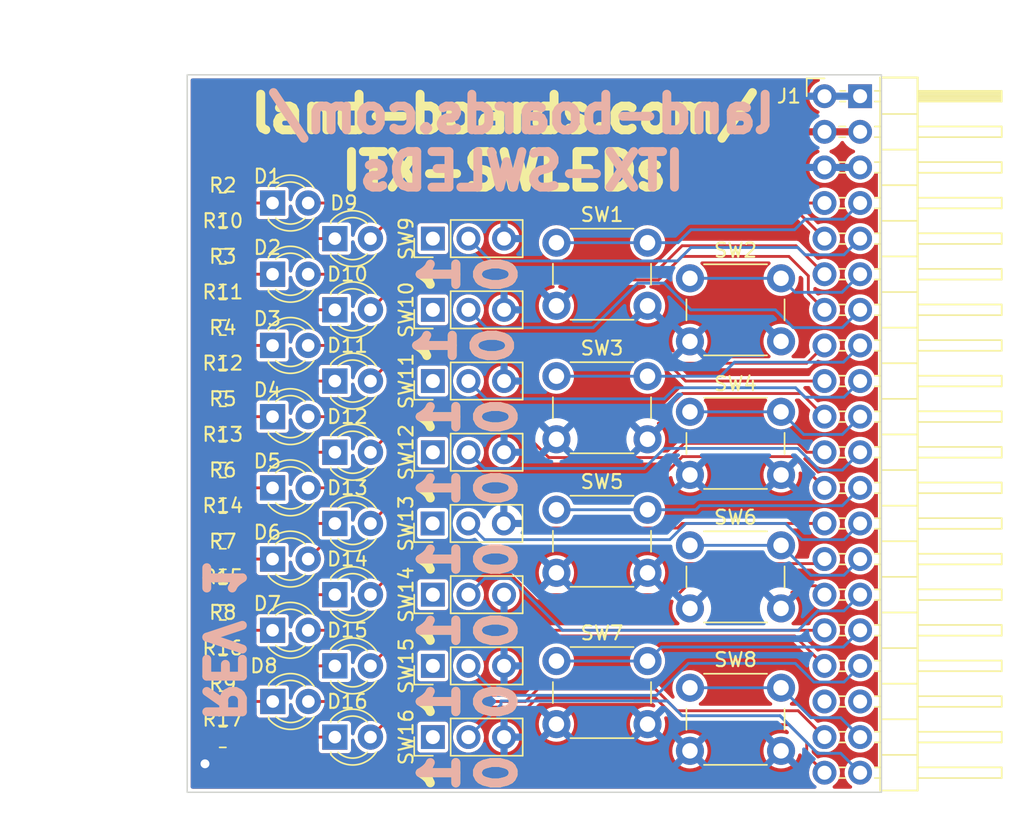
<source format=kicad_pcb>
(kicad_pcb (version 20211014) (generator pcbnew)
  (title_block (title "ITX-65C816") (date "2022-08-27") (rev "1") (company "land-boards.com"))
  (layers (0 "F.Cu" signal) (31 "B.Cu" signal) (36 "B.SilkS" user "B.Silkscreen") (37 "F.SilkS" user "F.Silkscreen") (38 "B.Mask" user) (39 "F.Mask" user) (44 "Edge.Cuts" user))
  (net 0 "")
  (net 1 "/IO_AA13")
  (net 2 "GND")
  (net 3 "/IO_AB13")
  (net 4 "/IO_AA14")
  (net 5 "/IO_AB14")
  (net 6 "/IO_AA15")
  (net 7 "/IO_AB15")
  (net 8 "/IO_AA16")
  (net 9 "/IO_AB16")
  (net 10 "/IO_AA17")
  (net 11 "/IO_AB17")
  (net 12 "/IO_AA18")
  (net 13 "/IO_AB18")
  (net 14 "/IO_AA19")
  (net 15 "/IO_AB19")
  (net 16 "/IO_AB20")
  (net 17 "/IO_AA20")
  (net 18 "/IO_Y21")
  (net 19 "/IO_Y22")
  (net 20 "/IO_W21")
  (net 21 "/IO_W22")
  (net 22 "/IO_V21")
  (net 23 "/IO_V22")
  (net 24 "/IO_U21")
  (net 25 "/IO_U22")
  (net 26 "/IO_R21")
  (net 27 "/IO_R22")
  (net 28 "/IO_P21")
  (net 29 "/IO_P22")
  (net 31 "/IO_M21")
  (net 32 "/IO_M22")
  (net 33 "/IO_L21")
  (net 34 "/IO_L22")
  (net 36 "VDD")
  (net 37 "Net-(D1-Pad1)")
  (net 38 "Net-(D2-Pad1)")
  (net 39 "Net-(D3-Pad1)")
  (net 40 "Net-(D4-Pad1)")
  (net 41 "Net-(D5-Pad1)")
  (net 42 "Net-(D6-Pad1)")
  (net 43 "Net-(D7-Pad1)")
  (net 44 "Net-(D8-Pad1)")
  (net 45 "Net-(D9-Pad1)")
  (net 46 "Net-(D10-Pad1)")
  (net 47 "Net-(D11-Pad1)")
  (net 48 "Net-(D12-Pad1)")
  (net 49 "Net-(D13-Pad1)")
  (net 50 "Net-(D14-Pad1)")
  (net 51 "Net-(D15-Pad1)")
  (net 52 "Net-(D16-Pad1)")
  (footprint "Connector_PinHeader_2.54mm:PinHeader_1x03_P2.54mm_Vertical" (layer "F.Cu") (at 120.635 82.804 90)
    (fp_text reference "SW13" (at 0 -1.905 90) (layer "F.SilkS"))
    (fp_text value "SW_SPDT")
    (pad "1" thru_hole rect (at 0 0 90) (size 1.7 1.7) (drill 1) (layers *.Cu *.Mask))
    (pad "2" thru_hole oval (at 0 2.54 90) (size 1.7 1.7) (drill 1) (layers *.Cu *.Mask) (net 21 "/IO_W22"))
    (pad "3" thru_hole oval (at 0 5.08 90) (size 1.7 1.7) (drill 1) (layers *.Cu *.Mask) (net 2 "GND"))
  )
  (footprint "Button_Switch_THT:SW_PUSH_6mm_H8.5mm" (layer "F.Cu") (at 138.99 84.364)
    (fp_text reference "SW6" (at 3.25 -2) (layer "F.SilkS"))
    (fp_text value "SW_Push")
    (pad "1" thru_hole circle (at 0 0 90) (size 2 2) (drill 1.1) (layers *.Cu *.Mask) (net 23 "/IO_V22"))
    (pad "1" thru_hole circle (at 6.5 0 90) (size 2 2) (drill 1.1) (layers *.Cu *.Mask) (net 23 "/IO_V22"))
    (pad "2" thru_hole circle (at 0 4.5 90) (size 2 2) (drill 1.1) (layers *.Cu *.Mask) (net 2 "GND"))
    (pad "2" thru_hole circle (at 6.5 4.5 90) (size 2 2) (drill 1.1) (layers *.Cu *.Mask) (net 2 "GND"))
  )
  (footprint "Resistor_SMD:R_0805_2012Metric_Pad1.20x1.40mm_HandSolder" (layer "F.Cu") (at 105.664 75.184)
    (fp_text reference "R5" (at 0 -1.27) (layer "F.SilkS"))
    (fp_text value "1K")
    (pad "1" smd roundrect (at -1 0) (size 1.2 1.4) (layers "F.Cu" "F.Paste" "F.Mask") (roundrect_rratio 0.2083333333) (net 2 "GND"))
    (pad "2" smd roundrect (at 1 0) (size 1.2 1.4) (layers "F.Cu" "F.Paste" "F.Mask") (roundrect_rratio 0.2083333333) (net 40 "Net-(D4-Pad1)"))
  )
  (footprint "Button_Switch_THT:SW_PUSH_6mm_H8.5mm" (layer "F.Cu") (at 129.465 72.299)
    (fp_text reference "SW3" (at 3.25 -2) (layer "F.SilkS"))
    (fp_text value "SW_Push")
    (pad "1" thru_hole circle (at 6.5 0 90) (size 2 2) (drill 1.1) (layers *.Cu *.Mask) (net 10 "/IO_AA17"))
    (pad "1" thru_hole circle (at 0 0 90) (size 2 2) (drill 1.1) (layers *.Cu *.Mask) (net 10 "/IO_AA17"))
    (pad "2" thru_hole circle (at 0 4.5 90) (size 2 2) (drill 1.1) (layers *.Cu *.Mask) (net 2 "GND"))
    (pad "2" thru_hole circle (at 6.5 4.5 90) (size 2 2) (drill 1.1) (layers *.Cu *.Mask) (net 2 "GND"))
  )
  (footprint "Resistor_SMD:R_0805_2012Metric_Pad1.20x1.40mm_HandSolder" (layer "F.Cu") (at 105.664 85.344)
    (fp_text reference "R7" (at 0 -1.27) (layer "F.SilkS"))
    (fp_text value "1K")
    (pad "1" smd roundrect (at -1 0) (size 1.2 1.4) (layers "F.Cu" "F.Paste" "F.Mask") (roundrect_rratio 0.2083333333) (net 2 "GND"))
    (pad "2" smd roundrect (at 1 0) (size 1.2 1.4) (layers "F.Cu" "F.Paste" "F.Mask") (roundrect_rratio 0.2083333333) (net 42 "Net-(D6-Pad1)"))
  )
  (footprint "Connector_PinHeader_2.54mm:PinHeader_1x03_P2.54mm_Vertical" (layer "F.Cu") (at 120.65 72.644 90)
    (fp_text reference "SW11" (at 0 -1.905 90) (layer "F.SilkS"))
    (fp_text value "SW_SPDT")
    (pad "1" thru_hole rect (at 0 0 90) (size 1.7 1.7) (drill 1) (layers *.Cu *.Mask))
    (pad "2" thru_hole oval (at 0 2.54 90) (size 1.7 1.7) (drill 1) (layers *.Cu *.Mask) (net 12 "/IO_AA18"))
    (pad "3" thru_hole oval (at 0 5.08 90) (size 1.7 1.7) (drill 1) (layers *.Cu *.Mask) (net 2 "GND"))
  )
  (footprint "Resistor_SMD:R_0805_2012Metric_Pad1.20x1.40mm_HandSolder" (layer "F.Cu") (at 105.664 90.424)
    (fp_text reference "R8" (at 0 -1.27) (layer "F.SilkS"))
    (fp_text value "1K")
    (pad "1" smd roundrect (at -1 0) (size 1.2 1.4) (layers "F.Cu" "F.Paste" "F.Mask") (roundrect_rratio 0.2083333333) (net 2 "GND"))
    (pad "2" smd roundrect (at 1 0) (size 1.2 1.4) (layers "F.Cu" "F.Paste" "F.Mask") (roundrect_rratio 0.2083333333) (net 43 "Net-(D7-Pad1)"))
  )
  (footprint "Resistor_SMD:R_0805_2012Metric_Pad1.20x1.40mm_HandSolder" (layer "F.Cu") (at 105.664 62.484)
    (fp_text reference "R10" (at 0 -1.27) (layer "F.SilkS"))
    (fp_text value "1K")
    (pad "1" smd roundrect (at -1 0) (size 1.2 1.4) (layers "F.Cu" "F.Paste" "F.Mask") (roundrect_rratio 0.2083333333) (net 2 "GND"))
    (pad "2" smd roundrect (at 1 0) (size 1.2 1.4) (layers "F.Cu" "F.Paste" "F.Mask") (roundrect_rratio 0.2083333333) (net 45 "Net-(D9-Pad1)"))
  )
  (footprint "LED_THT:LED_D3.0mm" (layer "F.Cu") (at 109.215 70.104)
    (fp_text reference "D3" (at -0.376 -1.905) (layer "F.SilkS"))
    (fp_text value "LED")
    (pad "1" thru_hole rect (at 0 0) (size 1.8 1.8) (drill 0.9) (layers *.Cu *.Mask) (net 39 "Net-(D3-Pad1)"))
    (pad "2" thru_hole circle (at 2.54 0) (size 1.8 1.8) (drill 0.9) (layers *.Cu *.Mask) (net 11 "/IO_AB17"))
  )
  (footprint "LED_THT:LED_D3.0mm" (layer "F.Cu") (at 113.66 67.564)
    (fp_text reference "D10" (at 0.894 -2.54) (layer "F.SilkS"))
    (fp_text value "LED")
    (pad "1" thru_hole rect (at 0 0) (size 1.8 1.8) (drill 0.9) (layers *.Cu *.Mask) (net 46 "Net-(D10-Pad1)"))
    (pad "2" thru_hole circle (at 2.54 0) (size 1.8 1.8) (drill 0.9) (layers *.Cu *.Mask) (net 9 "/IO_AB16"))
  )
  (footprint "LED_THT:LED_D3.0mm" (layer "F.Cu") (at 109.215 59.944)
    (fp_text reference "D1" (at -0.376 -1.905) (layer "F.SilkS"))
    (fp_text value "LED")
    (pad "1" thru_hole rect (at 0 0) (size 1.8 1.8) (drill 0.9) (layers *.Cu *.Mask) (net 37 "Net-(D1-Pad1)"))
    (pad "2" thru_hole circle (at 2.54 0) (size 1.8 1.8) (drill 0.9) (layers *.Cu *.Mask) (net 3 "/IO_AB13"))
  )
  (footprint "Connector_PinHeader_2.54mm:PinHeader_1x03_P2.54mm_Vertical" (layer "F.Cu") (at 120.65 98.044 90)
    (fp_text reference "SW16" (at 0 -1.905 90) (layer "F.SilkS"))
    (fp_text value "SW_SPDT")
    (pad "1" thru_hole rect (at 0 0 90) (size 1.7 1.7) (drill 1) (layers *.Cu *.Mask))
    (pad "2" thru_hole oval (at 0 2.54 90) (size 1.7 1.7) (drill 1) (layers *.Cu *.Mask) (net 34 "/IO_L22"))
    (pad "3" thru_hole oval (at 0 5.08 90) (size 1.7 1.7) (drill 1) (layers *.Cu *.Mask) (net 2 "GND"))
  )
  (footprint "Resistor_SMD:R_0805_2012Metric_Pad1.20x1.40mm_HandSolder" (layer "F.Cu") (at 105.664 65.024)
    (fp_text reference "R3" (at 0 -1.27) (layer "F.SilkS"))
    (fp_text value "1K")
    (pad "1" smd roundrect (at -1 0) (size 1.2 1.4) (layers "F.Cu" "F.Paste" "F.Mask") (roundrect_rratio 0.2083333333) (net 2 "GND"))
    (pad "2" smd roundrect (at 1 0) (size 1.2 1.4) (layers "F.Cu" "F.Paste" "F.Mask") (roundrect_rratio 0.2083333333) (net 38 "Net-(D2-Pad1)"))
  )
  (footprint "Resistor_SMD:R_0805_2012Metric_Pad1.20x1.40mm_HandSolder" (layer "F.Cu") (at 105.664 95.504)
    (fp_text reference "R9" (at 0 -1.27) (layer "F.SilkS"))
    (fp_text value "1K")
    (pad "1" smd roundrect (at -1 0) (size 1.2 1.4) (layers "F.Cu" "F.Paste" "F.Mask") (roundrect_rratio 0.2083333333) (net 2 "GND"))
    (pad "2" smd roundrect (at 1 0) (size 1.2 1.4) (layers "F.Cu" "F.Paste" "F.Mask") (roundrect_rratio 0.2083333333) (net 44 "Net-(D8-Pad1)"))
  )
  (footprint "LandBoards_Conns:PinHeader_2x20_P2.54mm_Horizontal-FLIPPED" (layer "F.Cu") (at 148.59 52.324)
    (fp_text reference "J1" (at -2.54 0) (layer "F.SilkS"))
    (fp_text value "Conn_02x20_Odd_Even")
    (pad "1" thru_hole rect (at 2.54 0) (size 1.7 1.7) (drill 1) (layers *.Cu *.Mask) (net 2 "GND"))
    (pad "2" thru_hole oval (at 0 0) (size 1.7 1.7) (drill 1) (layers *.Cu *.Mask) (net 2 "GND"))
    (pad "3" thru_hole oval (at 2.54 2.54) (size 1.7 1.7) (drill 1) (layers *.Cu *.Mask) (net 36 "VDD"))
    (pad "4" thru_hole oval (at 0 2.54) (size 1.7 1.7) (drill 1) (layers *.Cu *.Mask) (net 36 "VDD"))
    (pad "5" thru_hole oval (at 2.54 5.08) (size 1.7 1.7) (drill 1) (layers *.Cu *.Mask) (net 2 "GND"))
    (pad "6" thru_hole oval (at 0 5.08) (size 1.7 1.7) (drill 1) (layers *.Cu *.Mask) (net 2 "GND"))
    (pad "7" thru_hole oval (at 2.54 7.62) (size 1.7 1.7) (drill 1) (layers *.Cu *.Mask) (net 1 "/IO_AA13"))
    (pad "8" thru_hole oval (at 0 7.62) (size 1.7 1.7) (drill 1) (layers *.Cu *.Mask) (net 3 "/IO_AB13"))
    (pad "9" thru_hole oval (at 2.54 10.16) (size 1.7 1.7) (drill 1) (layers *.Cu *.Mask) (net 4 "/IO_AA14"))
    (pad "10" thru_hole oval (at 0 10.16) (size 1.7 1.7) (drill 1) (layers *.Cu *.Mask) (net 5 "/IO_AB14"))
    (pad "11" thru_hole oval (at 2.54 12.7) (size 1.7 1.7) (drill 1) (layers *.Cu *.Mask) (net 6 "/IO_AA15"))
    (pad "12" thru_hole oval (at 0 12.7) (size 1.7 1.7) (drill 1) (layers *.Cu *.Mask) (net 7 "/IO_AB15"))
    (pad "13" thru_hole oval (at 2.54 15.24) (size 1.7 1.7) (drill 1) (layers *.Cu *.Mask) (net 8 "/IO_AA16"))
    (pad "14" thru_hole oval (at 0 15.24) (size 1.7 1.7) (drill 1) (layers *.Cu *.Mask) (net 9 "/IO_AB16"))
    (pad "15" thru_hole oval (at 2.54 17.78) (size 1.7 1.7) (drill 1) (layers *.Cu *.Mask) (net 10 "/IO_AA17"))
    (pad "16" thru_hole oval (at 0 17.78) (size 1.7 1.7) (drill 1) (layers *.Cu *.Mask) (net 11 "/IO_AB17"))
    (pad "17" thru_hole oval (at 2.54 20.32) (size 1.7 1.7) (drill 1) (layers *.Cu *.Mask) (net 12 "/IO_AA18"))
    (pad "18" thru_hole oval (at 0 20.32) (size 1.7 1.7) (drill 1) (layers *.Cu *.Mask) (net 13 "/IO_AB18"))
    (pad "19" thru_hole oval (at 2.54 22.86) (size 1.7 1.7) (drill 1) (layers *.Cu *.Mask) (net 14 "/IO_AA19"))
    (pad "20" thru_hole oval (at 0 22.86) (size 1.7 1.7) (drill 1) (layers *.Cu *.Mask) (net 15 "/IO_AB19"))
    (pad "21" thru_hole oval (at 2.54 25.4) (size 1.7 1.7) (drill 1) (layers *.Cu *.Mask) (net 17 "/IO_AA20"))
    (pad "22" thru_hole oval (at 0 25.4) (size 1.7 1.7) (drill 1) (layers *.Cu *.Mask) (net 16 "/IO_AB20"))
    (pad "23" thru_hole oval (at 2.54 27.94) (size 1.7 1.7) (drill 1) (layers *.Cu *.Mask) (net 19 "/IO_Y22"))
    (pad "24" thru_hole oval (at 0 27.94) (size 1.7 1.7) (drill 1) (layers *.Cu *.Mask) (net 18 "/IO_Y21"))
    (pad "25" thru_hole oval (at 2.54 30.48) (size 1.7 1.7) (drill 1) (layers *.Cu *.Mask) (net 21 "/IO_W22"))
    (pad "26" thru_hole oval (at 0 30.48) (size 1.7 1.7) (drill 1) (layers *.Cu *.Mask) (net 20 "/IO_W21"))
    (pad "27" thru_hole oval (at 2.54 33.02) (size 1.7 1.7) (drill 1) (layers *.Cu *.Mask) (net 23 "/IO_V22"))
    (pad "28" thru_hole oval (at 0 33.02) (size 1.7 1.7) (drill 1) (layers *.Cu *.Mask) (net 22 "/IO_V21"))
    (pad "29" thru_hole oval (at 2.54 35.56) (size 1.7 1.7) (drill 1) (layers *.Cu *.Mask) (net 25 "/IO_U22"))
    (pad "30" thru_hole oval (at 0 35.56) (size 1.7 1.7) (drill 1) (layers *.Cu *.Mask) (net 24 "/IO_U21"))
    (pad "31" thru_hole oval (at 2.54 38.1) (size 1.7 1.7) (drill 1) (layers *.Cu *.Mask) (net 27 "/IO_R22"))
    (pad "32" thru_hole oval (at 0 38.1) (size 1.7 1.7) (drill 1) (layers *.Cu *.Mask) (net 26 "/IO_R21"))
    (pad "33" thru_hole oval (at 2.54 40.64) (size 1.7 1.7) (drill 1) (layers *.Cu *.Mask) (net 29 "/IO_P22"))
    (pad "34" thru_hole oval (at 0 40.64) (size 1.7 1.7) (drill 1) (layers *.Cu *.Mask) (net 28 "/IO_P21"))
    (pad "35" thru_hole oval (at 2.54 43.18) (size 1.7 1.7) (drill 1) (layers *.Cu *.Mask))
    (pad "36" thru_hole oval (at 0 43.18) (size 1.7 1.7) (drill 1) (layers *.Cu *.Mask))
    (pad "37" thru_hole oval (at 2.54 45.72) (size 1.7 1.7) (drill 1) (layers *.Cu *.Mask) (net 32 "/IO_M22"))
    (pad "38" thru_hole oval (at 0 45.72) (size 1.7 1.7) (drill 1) (layers *.Cu *.Mask) (net 31 "/IO_M21"))
    (pad "39" thru_hole oval (at 2.54 48.26) (size 1.7 1.7) (drill 1) (layers *.Cu *.Mask) (net 34 "/IO_L22"))
    (pad "40" thru_hole oval (at 0 48.26) (size 1.7 1.7) (drill 1) (layers *.Cu *.Mask) (net 33 "/IO_L21"))
  )
  (footprint "LED_THT:LED_D3.0mm" (layer "F.Cu") (at 113.66 62.484)
    (fp_text reference "D9" (at 0.64 -2.54) (layer "F.SilkS"))
    (fp_text value "LED")
    (pad "1" thru_hole rect (at 0 0) (size 1.8 1.8) (drill 0.9) (layers *.Cu *.Mask) (net 45 "Net-(D9-Pad1)"))
    (pad "2" thru_hole circle (at 2.54 0) (size 1.8 1.8) (drill 0.9) (layers *.Cu *.Mask) (net 5 "/IO_AB14"))
  )
  (footprint "Connector_PinHeader_2.54mm:PinHeader_1x03_P2.54mm_Vertical" (layer "F.Cu") (at 120.65 67.564 90)
    (fp_text reference "SW10" (at 0 -1.905 90) (layer "F.SilkS"))
    (fp_text value "SW_SPDT")
    (pad "1" thru_hole rect (at 0 0 90) (size 1.7 1.7) (drill 1) (layers *.Cu *.Mask))
    (pad "2" thru_hole oval (at 0 2.54 90) (size 1.7 1.7) (drill 1) (layers *.Cu *.Mask) (net 8 "/IO_AA16"))
    (pad "3" thru_hole oval (at 0 5.08 90) (size 1.7 1.7) (drill 1) (layers *.Cu *.Mask) (net 2 "GND"))
  )
  (footprint "Connector_PinHeader_2.54mm:PinHeader_1x03_P2.54mm_Vertical" (layer "F.Cu") (at 120.65 92.964 90)
    (fp_text reference "SW15" (at 0 -1.905 90) (layer "F.SilkS"))
    (fp_text value "SW_SPDT")
    (pad "1" thru_hole rect (at 0 0 90) (size 1.7 1.7) (drill 1) (layers *.Cu *.Mask))
    (pad "2" thru_hole oval (at 0 2.54 90) (size 1.7 1.7) (drill 1) (layers *.Cu *.Mask) (net 29 "/IO_P22"))
    (pad "3" thru_hole oval (at 0 5.08 90) (size 1.7 1.7) (drill 1) (layers *.Cu *.Mask) (net 2 "GND"))
  )
  (footprint "Button_Switch_THT:SW_PUSH_6mm_H8.5mm" (layer "F.Cu") (at 129.465 62.774)
    (fp_text reference "SW1" (at 3.25 -2) (layer "F.SilkS"))
    (fp_text value "SW_Push")
    (pad "1" thru_hole circle (at 6.5 0 90) (size 2 2) (drill 1.1) (layers *.Cu *.Mask) (net 1 "/IO_AA13"))
    (pad "1" thru_hole circle (at 0 0 90) (size 2 2) (drill 1.1) (layers *.Cu *.Mask) (net 1 "/IO_AA13"))
    (pad "2" thru_hole circle (at 0 4.5 90) (size 2 2) (drill 1.1) (layers *.Cu *.Mask) (net 2 "GND"))
    (pad "2" thru_hole circle (at 6.5 4.5 90) (size 2 2) (drill 1.1) (layers *.Cu *.Mask) (net 2 "GND"))
  )
  (footprint "LED_THT:LED_D3.0mm" (layer "F.Cu") (at 113.66 98.044)
    (fp_text reference "D16" (at 0.894 -2.54) (layer "F.SilkS"))
    (fp_text value "LED")
    (pad "1" thru_hole rect (at 0 0) (size 1.8 1.8) (drill 0.9) (layers *.Cu *.Mask) (net 52 "Net-(D16-Pad1)"))
    (pad "2" thru_hole circle (at 2.54 0) (size 1.8 1.8) (drill 0.9) (layers *.Cu *.Mask) (net 33 "/IO_L21"))
  )
  (footprint "Button_Switch_THT:SW_PUSH_6mm_H8.5mm" (layer "F.Cu") (at 129.465 92.619)
    (fp_text reference "SW7" (at 3.25 -2) (layer "F.SilkS"))
    (fp_text value "SW_Push")
    (pad "1" thru_hole circle (at 6.5 0 90) (size 2 2) (drill 1.1) (layers *.Cu *.Mask) (net 27 "/IO_R22"))
    (pad "1" thru_hole circle (at 0 0 90) (size 2 2) (drill 1.1) (layers *.Cu *.Mask) (net 27 "/IO_R22"))
    (pad "2" thru_hole circle (at 0 4.5 90) (size 2 2) (drill 1.1) (layers *.Cu *.Mask) (net 2 "GND"))
    (pad "2" thru_hole circle (at 6.5 4.5 90) (size 2 2) (drill 1.1) (layers *.Cu *.Mask) (net 2 "GND"))
  )
  (footprint "Resistor_SMD:R_0805_2012Metric_Pad1.20x1.40mm_HandSolder" (layer "F.Cu") (at 105.664 98.044)
    (fp_text reference "R17" (at 0 -1.27) (layer "F.SilkS"))
    (fp_text value "1K")
    (pad "1" smd roundrect (at -1 0) (size 1.2 1.4) (layers "F.Cu" "F.Paste" "F.Mask") (roundrect_rratio 0.2083333333) (net 2 "GND"))
    (pad "2" smd roundrect (at 1 0) (size 1.2 1.4) (layers "F.Cu" "F.Paste" "F.Mask") (roundrect_rratio 0.2083333333) (net 52 "Net-(D16-Pad1)"))
  )
  (footprint "Button_Switch_THT:SW_PUSH_6mm_H8.5mm" (layer "F.Cu") (at 138.99 65.314)
    (fp_text reference "SW2" (at 3.25 -2) (layer "F.SilkS"))
    (fp_text value "SW_Push")
    (pad "1" thru_hole circle (at 6.5 0 90) (size 2 2) (drill 1.1) (layers *.Cu *.Mask) (net 6 "/IO_AA15"))
    (pad "1" thru_hole circle (at 0 0 90) (size 2 2) (drill 1.1) (layers *.Cu *.Mask) (net 6 "/IO_AA15"))
    (pad "2" thru_hole circle (at 6.5 4.5 90) (size 2 2) (drill 1.1) (layers *.Cu *.Mask) (net 2 "GND"))
    (pad "2" thru_hole circle (at 0 4.5 90) (size 2 2) (drill 1.1) (layers *.Cu *.Mask) (net 2 "GND"))
  )
  (footprint "LED_THT:LED_D3.0mm" (layer "F.Cu") (at 113.66 82.804)
    (fp_text reference "D13" (at 0.894 -2.54) (layer "F.SilkS"))
    (fp_text value "LED")
    (pad "1" thru_hole rect (at 0 0) (size 1.8 1.8) (drill 0.9) (layers *.Cu *.Mask) (net 49 "Net-(D13-Pad1)"))
    (pad "2" thru_hole circle (at 2.54 0) (size 1.8 1.8) (drill 0.9) (layers *.Cu *.Mask) (net 20 "/IO_W21"))
  )
  (footprint "LED_THT:LED_D3.0mm" (layer "F.Cu") (at 109.215 80.264)
    (fp_text reference "D5" (at -0.376 -1.905) (layer "F.SilkS"))
    (fp_text value "LED")
    (pad "1" thru_hole rect (at 0 0) (size 1.8 1.8) (drill 0.9) (layers *.Cu *.Mask) (net 41 "Net-(D5-Pad1)"))
    (pad "2" thru_hole circle (at 2.54 0) (size 1.8 1.8) (drill 0.9) (layers *.Cu *.Mask) (net 18 "/IO_Y21"))
  )
  (footprint "Resistor_SMD:R_0805_2012Metric_Pad1.20x1.40mm_HandSolder" (layer "F.Cu") (at 105.664 72.644)
    (fp_text reference "R12" (at 0 -1.27) (layer "F.SilkS"))
    (fp_text value "1K")
    (pad "1" smd roundrect (at -1 0) (size 1.2 1.4) (layers "F.Cu" "F.Paste" "F.Mask") (roundrect_rratio 0.2083333333) (net 2 "GND"))
    (pad "2" smd roundrect (at 1 0) (size 1.2 1.4) (layers "F.Cu" "F.Paste" "F.Mask") (roundrect_rratio 0.2083333333) (net 47 "Net-(D11-Pad1)"))
  )
  (footprint "Resistor_SMD:R_0805_2012Metric_Pad1.20x1.40mm_HandSolder" (layer "F.Cu") (at 105.664 82.804)
    (fp_text reference "R14" (at 0 -1.27) (layer "F.SilkS"))
    (fp_text value "1K")
    (pad "1" smd roundrect (at -1 0) (size 1.2 1.4) (layers "F.Cu" "F.Paste" "F.Mask") (roundrect_rratio 0.2083333333) (net 2 "GND"))
    (pad "2" smd roundrect (at 1 0) (size 1.2 1.4) (layers "F.Cu" "F.Paste" "F.Mask") (roundrect_rratio 0.2083333333) (net 49 "Net-(D13-Pad1)"))
  )
  (footprint "Connector_PinHeader_2.54mm:PinHeader_1x03_P2.54mm_Vertical" (layer "F.Cu") (at 120.65 77.724 90)
    (fp_text reference "SW12" (at 0 -1.905 90) (layer "F.SilkS"))
    (fp_text value "SW_SPDT")
    (pad "1" thru_hole rect (at 0 0 90) (size 1.7 1.7) (drill 1) (layers *.Cu *.Mask))
    (pad "2" thru_hole oval (at 0 2.54 90) (size 1.7 1.7) (drill 1) (layers *.Cu *.Mask) (net 17 "/IO_AA20"))
    (pad "3" thru_hole oval (at 0 5.08 90) (size 1.7 1.7) (drill 1) (layers *.Cu *.Mask) (net 2 "GND"))
  )
  (footprint "LED_THT:LED_D3.0mm" (layer "F.Cu") (at 113.66 77.724)
    (fp_text reference "D12" (at 0.894 -2.54) (layer "F.SilkS"))
    (fp_text value "LED")
    (pad "1" thru_hole rect (at 0 0) (size 1.8 1.8) (drill 0.9) (layers *.Cu *.Mask) (net 48 "Net-(D12-Pad1)"))
    (pad "2" thru_hole circle (at 2.54 0) (size 1.8 1.8) (drill 0.9) (layers *.Cu *.Mask) (net 16 "/IO_AB20"))
  )
  (footprint "LED_THT:LED_D3.0mm" (layer "F.Cu") (at 109.215 75.184)
    (fp_text reference "D4" (at -0.376 -1.905) (layer "F.SilkS"))
    (fp_text value "LED")
    (pad "1" thru_hole rect (at 0 0) (size 1.8 1.8) (drill 0.9) (layers *.Cu *.Mask) (net 40 "Net-(D4-Pad1)"))
    (pad "2" thru_hole circle (at 2.54 0) (size 1.8 1.8) (drill 0.9) (layers *.Cu *.Mask) (net 15 "/IO_AB19"))
  )
  (footprint "Resistor_SMD:R_0805_2012Metric_Pad1.20x1.40mm_HandSolder" (layer "F.Cu") (at 105.664 77.724)
    (fp_text reference "R13" (at 0 -1.27) (layer "F.SilkS"))
    (fp_text value "1K")
    (pad "1" smd roundrect (at -1 0) (size 1.2 1.4) (layers "F.Cu" "F.Paste" "F.Mask") (roundrect_rratio 0.2083333333) (net 2 "GND"))
    (pad "2" smd roundrect (at 1 0) (size 1.2 1.4) (layers "F.Cu" "F.Paste" "F.Mask") (roundrect_rratio 0.2083333333) (net 48 "Net-(D12-Pad1)"))
  )
  (footprint "LED_THT:LED_D3.0mm" (layer "F.Cu") (at 113.66 87.884)
    (fp_text reference "D14" (at 0.894 -2.54) (layer "F.SilkS"))
    (fp_text value "LED")
    (pad "1" thru_hole rect (at 0 0) (size 1.8 1.8) (drill 0.9) (layers *.Cu *.Mask) (net 50 "Net-(D14-Pad1)"))
    (pad "2" thru_hole circle (at 2.54 0) (size 1.8 1.8) (drill 0.9) (layers *.Cu *.Mask) (net 24 "/IO_U21"))
  )
  (footprint "Resistor_SMD:R_0805_2012Metric_Pad1.20x1.40mm_HandSolder" (layer "F.Cu") (at 105.664 80.264)
    (fp_text reference "R6" (at 0 -1.27) (layer "F.SilkS"))
    (fp_text value "1K")
    (pad "1" smd roundrect (at -1 0) (size 1.2 1.4) (layers "F.Cu" "F.Paste" "F.Mask") (roundrect_rratio 0.2083333333) (net 2 "GND"))
    (pad "2" smd roundrect (at 1 0) (size 1.2 1.4) (layers "F.Cu" "F.Paste" "F.Mask") (roundrect_rratio 0.2083333333) (net 41 "Net-(D5-Pad1)"))
  )
  (footprint "Connector_PinHeader_2.54mm:PinHeader_1x03_P2.54mm_Vertical" (layer "F.Cu") (at 120.65 62.484 90)
    (fp_text reference "SW9" (at 0 -1.905 90) (layer "F.SilkS"))
    (fp_text value "SW_SPDT")
    (pad "1" thru_hole rect (at 0 0 90) (size 1.7 1.7) (drill 1) (layers *.Cu *.Mask))
    (pad "2" thru_hole oval (at 0 2.54 90) (size 1.7 1.7) (drill 1) (layers *.Cu *.Mask) (net 4 "/IO_AA14"))
    (pad "3" thru_hole oval (at 0 5.08 90) (size 1.7 1.7) (drill 1) (layers *.Cu *.Mask) (net 2 "GND"))
  )
  (footprint "LED_THT:LED_D3.0mm" (layer "F.Cu") (at 109.215 65.024)
    (fp_text reference "D2" (at -0.376 -1.905) (layer "F.SilkS"))
    (fp_text value "LED")
    (pad "1" thru_hole rect (at 0 0) (size 1.8 1.8) (drill 0.9) (layers *.Cu *.Mask) (net 38 "Net-(D2-Pad1)"))
    (pad "2" thru_hole circle (at 2.54 0) (size 1.8 1.8) (drill 0.9) (layers *.Cu *.Mask) (net 7 "/IO_AB15"))
  )
  (footprint "Resistor_SMD:R_0805_2012Metric_Pad1.20x1.40mm_HandSolder" (layer "F.Cu") (at 105.664 92.964)
    (fp_text reference "R16" (at 0 -1.27) (layer "F.SilkS"))
    (fp_text value "1K")
    (pad "1" smd roundrect (at -1 0) (size 1.2 1.4) (layers "F.Cu" "F.Paste" "F.Mask") (roundrect_rratio 0.2083333333) (net 2 "GND"))
    (pad "2" smd roundrect (at 1 0) (size 1.2 1.4) (layers "F.Cu" "F.Paste" "F.Mask") (roundrect_rratio 0.2083333333) (net 51 "Net-(D15-Pad1)"))
  )
  (footprint "Resistor_SMD:R_0805_2012Metric_Pad1.20x1.40mm_HandSolder" (layer "F.Cu") (at 105.664 59.944)
    (fp_text reference "R2" (at 0 -1.27) (layer "F.SilkS"))
    (fp_text value "1K")
    (pad "1" smd roundrect (at -1 0) (size 1.2 1.4) (layers "F.Cu" "F.Paste" "F.Mask") (roundrect_rratio 0.2083333333) (net 2 "GND"))
    (pad "2" smd roundrect (at 1 0) (size 1.2 1.4) (layers "F.Cu" "F.Paste" "F.Mask") (roundrect_rratio 0.2083333333) (net 37 "Net-(D1-Pad1)"))
  )
  (footprint "Connector_PinHeader_2.54mm:PinHeader_1x03_P2.54mm_Vertical" (layer "F.Cu") (at 120.65 87.884 90)
    (fp_text reference "SW14" (at 0 -1.905 90) (layer "F.SilkS"))
    (fp_text value "SW_SPDT")
    (pad "1" thru_hole rect (at 0 0 90) (size 1.7 1.7) (drill 1) (layers *.Cu *.Mask))
    (pad "2" thru_hole oval (at 0 2.54 90) (size 1.7 1.7) (drill 1) (layers *.Cu *.Mask) (net 25 "/IO_U22"))
    (pad "3" thru_hole oval (at 0 5.08 90) (size 1.7 1.7) (drill 1) (layers *.Cu *.Mask) (net 2 "GND"))
  )
  (footprint "Button_Switch_THT:SW_PUSH_6mm_H8.5mm" (layer "F.Cu") (at 138.99 94.524)
    (fp_text reference "SW8" (at 3.25 -2) (layer "F.SilkS"))
    (fp_text value "SW_Push")
    (pad "1" thru_hole circle (at 0 0 90) (size 2 2) (drill 1.1) (layers *.Cu *.Mask) (net 32 "/IO_M22"))
    (pad "1" thru_hole circle (at 6.5 0 90) (size 2 2) (drill 1.1) (layers *.Cu *.Mask) (net 32 "/IO_M22"))
    (pad "2" thru_hole circle (at 6.5 4.5 90) (size 2 2) (drill 1.1) (layers *.Cu *.Mask) (net 2 "GND"))
    (pad "2" thru_hole circle (at 0 4.5 90) (size 2 2) (drill 1.1) (layers *.Cu *.Mask) (net 2 "GND"))
  )
  (footprint "LED_THT:LED_D3.0mm" (layer "F.Cu") (at 109.23 95.504)
    (fp_text reference "D8" (at -0.63 -2.54) (layer "F.SilkS"))
    (fp_text value "LED")
    (pad "1" thru_hole rect (at 0 0) (size 1.8 1.8) (drill 0.9) (layers *.Cu *.Mask) (net 44 "Net-(D8-Pad1)"))
    (pad "2" thru_hole circle (at 2.54 0) (size 1.8 1.8) (drill 0.9) (layers *.Cu *.Mask) (net 31 "/IO_M21"))
  )
  (footprint "Button_Switch_THT:SW_PUSH_6mm_H8.5mm" (layer "F.Cu") (at 129.465 81.824)
    (fp_text reference "SW5" (at 3.25 -2) (layer "F.SilkS"))
    (fp_text value "SW_Push")
    (pad "1" thru_hole circle (at 6.5 0 90) (size 2 2) (drill 1.1) (layers *.Cu *.Mask) (net 19 "/IO_Y22"))
    (pad "1" thru_hole circle (at 0 0 90) (size 2 2) (drill 1.1) (layers *.Cu *.Mask) (net 19 "/IO_Y22"))
    (pad "2" thru_hole circle (at 6.5 4.5 90) (size 2 2) (drill 1.1) (layers *.Cu *.Mask) (net 2 "GND"))
    (pad "2" thru_hole circle (at 0 4.5 90) (size 2 2) (drill 1.1) (layers *.Cu *.Mask) (net 2 "GND"))
  )
  (footprint "LED_THT:LED_D3.0mm" (layer "F.Cu") (at 109.215 85.344)
    (fp_text reference "D6" (at -0.376 -1.905) (layer "F.SilkS"))
    (fp_text value "LED")
    (pad "1" thru_hole rect (at 0 0) (size 1.8 1.8) (drill 0.9) (layers *.Cu *.Mask) (net 42 "Net-(D6-Pad1)"))
    (pad "2" thru_hole circle (at 2.54 0) (size 1.8 1.8) (drill 0.9) (layers *.Cu *.Mask) (net 22 "/IO_V21"))
  )
  (footprint "LED_THT:LED_D3.0mm" (layer "F.Cu") (at 113.66 92.964)
    (fp_text reference "D15" (at 0.894 -2.54) (layer "F.SilkS"))
    (fp_text value "LED")
    (pad "1" thru_hole rect (at 0 0) (size 1.8 1.8) (drill 0.9) (layers *.Cu *.Mask) (net 51 "Net-(D15-Pad1)"))
    (pad "2" thru_hole circle (at 2.54 0) (size 1.8 1.8) (drill 0.9) (layers *.Cu *.Mask) (net 28 "/IO_P21"))
  )
  (footprint "LED_THT:LED_D3.0mm" (layer "F.Cu") (at 113.66 72.644)
    (fp_text reference "D11" (at 0.894 -2.54) (layer "F.SilkS"))
    (fp_text value "LED")
    (pad "1" thru_hole rect (at 0 0) (size 1.8 1.8) (drill 0.9) (layers *.Cu *.Mask) (net 47 "Net-(D11-Pad1)"))
    (pad "2" thru_hole circle (at 2.54 0) (size 1.8 1.8) (drill 0.9) (layers *.Cu *.Mask) (net 13 "/IO_AB18"))
  )
  (footprint "Resistor_SMD:R_0805_2012Metric_Pad1.20x1.40mm_HandSolder" (layer "F.Cu") (at 105.664 67.564)
    (fp_text reference "R11" (at 0 -1.27) (layer "F.SilkS"))
    (fp_text value "1K")
    (pad "1" smd roundrect (at -1 0) (size 1.2 1.4) (layers "F.Cu" "F.Paste" "F.Mask") (roundrect_rratio 0.2083333333) (net 2 "GND"))
    (pad "2" smd roundrect (at 1 0) (size 1.2 1.4) (layers "F.Cu" "F.Paste" "F.Mask") (roundrect_rratio 0.2083333333) (net 46 "Net-(D10-Pad1)"))
  )
  (footprint "Button_Switch_THT:SW_PUSH_6mm_H8.5mm" (layer "F.Cu") (at 138.99 74.839)
    (fp_text reference "SW4" (at 3.25 -2) (layer "F.SilkS"))
    (fp_text value "SW_Push")
    (pad "1" thru_hole circle (at 6.5 0 90) (size 2 2) (drill 1.1) (layers *.Cu *.Mask) (net 14 "/IO_AA19"))
    (pad "1" thru_hole circle (at 0 0 90) (size 2 2) (drill 1.1) (layers *.Cu *.Mask) (net 14 "/IO_AA19"))
    (pad "2" thru_hole circle (at 6.5 4.5 90) (size 2 2) (drill 1.1) (layers *.Cu *.Mask) (net 2 "GND"))
    (pad "2" thru_hole circle (at 0 4.5 90) (size 2 2) (drill 1.1) (layers *.Cu *.Mask) (net 2 "GND"))
  )
  (footprint "Resistor_SMD:R_0805_2012Metric_Pad1.20x1.40mm_HandSolder" (layer "F.Cu") (at 105.664 70.104)
    (fp_text reference "R4" (at 0 -1.27) (layer "F.SilkS"))
    (fp_text value "1K")
    (pad "1" smd roundrect (at -1 0) (size 1.2 1.4) (layers "F.Cu" "F.Paste" "F.Mask") (roundrect_rratio 0.2083333333) (net 2 "GND"))
    (pad "2" smd roundrect (at 1 0) (size 1.2 1.4) (layers "F.Cu" "F.Paste" "F.Mask") (roundrect_rratio 0.2083333333) (net 39 "Net-(D3-Pad1)"))
  )
  (footprint "LED_THT:LED_D3.0mm" (layer "F.Cu") (at 109.215 90.424)
    (fp_text reference "D7" (at -0.376 -1.905) (layer "F.SilkS"))
    (fp_text value "LED")
    (pad "1" thru_hole rect (at 0 0) (size 1.8 1.8) (drill 0.9) (layers *.Cu *.Mask) (net 43 "Net-(D7-Pad1)"))
    (pad "2" thru_hole circle (at 2.54 0) (size 1.8 1.8) (drill 0.9) (layers *.Cu *.Mask) (net 26 "/IO_R21"))
  )
  (footprint "Resistor_SMD:R_0805_2012Metric_Pad1.20x1.40mm_HandSolder" (layer "F.Cu") (at 105.664 87.884)
    (fp_text reference "R15" (at 0 -1.27) (layer "F.SilkS"))
    (fp_text value "1K")
    (pad "1" smd roundrect (at -1 0) (size 1.2 1.4) (layers "F.Cu" "F.Paste" "F.Mask") (roundrect_rratio 0.2083333333) (net 2 "GND"))
    (pad "2" smd roundrect (at 1 0) (size 1.2 1.4) (layers "F.Cu" "F.Paste" "F.Mask") (roundrect_rratio 0.2083333333) (net 50 "Net-(D14-Pad1)"))
  )
  (gr_rect (start 103.124 50.8) (end 152.654 101.981) (layer "Edge.Cuts") (width 0.1) (fill none))
  (gr_text "1\n0" (at 123.19 95.504 90) (layer "B.SilkS") (effects (font (size 2.54 2.54) (thickness 0.635)) (justify mirror)))
  (gr_text "REV 1" (at 105.664 91.159 270) (layer "B.SilkS") (effects (font (size 2.54 2.54) (thickness 0.635)) (justify mirror)))
  (gr_text "1\n0" (at 123.19 90.424 90) (layer "B.SilkS") (effects (font (size 2.54 2.54) (thickness 0.635)) (justify mirror)))
  (gr_text "1\n0" (at 123.19 65.024 90) (layer "B.SilkS") (effects (font (size 2.54 2.54) (thickness 0.635)) (justify mirror)))
  (gr_text "1\n0" (at 123.19 85.344 90) (layer "B.SilkS") (effects (font (size 2.54 2.54) (thickness 0.635)) (justify mirror)))
  (gr_text "1\n0" (at 123.19 100.584 90) (layer "B.SilkS") (effects (font (size 2.54 2.54) (thickness 0.635)) (justify mirror)))
  (gr_text "1\n0" (at 123.19 80.264 90) (layer "B.SilkS") (effects (font (size 2.54 2.54) (thickness 0.635)) (justify mirror)))
  (gr_text "1\n0" (at 123.19 75.184 90) (layer "B.SilkS") (effects (font (size 2.54 2.54) (thickness 0.635)) (justify mirror)))
  (gr_text "1\n0" (at 122.936 70.104 90) (layer "B.SilkS") (effects (font (size 2.54 2.54) (thickness 0.635)) (justify mirror)))
  (gr_text "land-boards.com/\nITX-SWLEDs" (at 127 55.626) (layer "B.SilkS") (effects (font (size 2.54 2.54) (thickness 0.635)) (justify mirror)))
  (gr_text "1\n0" (at 122.936 70.104 90) (layer "F.SilkS") (effects (font (size 2.54 2.54) (thickness 0.635))))
  (gr_text "1\n0" (at 123.19 65.024 90) (layer "F.SilkS") (effects (font (size 2.54 2.54) (thickness 0.635))))
  (gr_text "1\n0" (at 123.19 80.264 90) (layer "F.SilkS") (effects (font (size 2.54 2.54) (thickness 0.635))))
  (gr_text "1\n0" (at 123.19 95.504 90) (layer "F.SilkS") (effects (font (size 2.54 2.54) (thickness 0.635))))
  (gr_text "1\n0" (at 123.19 75.184 90) (layer "F.SilkS") (effects (font (size 2.54 2.54) (thickness 0.635))))
  (gr_text "land-boards.com/\nITX-SWLEDs" (at 125.73 55.626) (layer "F.SilkS") (effects (font (size 2.54 2.54) (thickness 0.635))))
  (gr_text "1\n0" (at 123.19 100.584 90) (layer "F.SilkS") (effects (font (size 2.54 2.54) (thickness 0.635))))
  (gr_text "1\n0" (at 123.19 90.424 90) (layer "F.SilkS") (effects (font (size 2.54 2.54) (thickness 0.635))))
  (gr_text "1\n0" (at 123.19 85.344 90) (layer "F.SilkS") (effects (font (size 2.54 2.54) (thickness 0.635))))
  (segment (start 139.065 61.849) (end 146.453622 61.849) (width 0.2032) (layer "B.Cu") (net 1))
  (segment (start 146.453622 61.849) (end 147.204311 61.098311) (width 0.2032) (layer "B.Cu") (net 1))
  (segment (start 149.975689 61.098311) (end 151.13 59.944) (width 0.2032) (layer "B.Cu") (net 1))
  (segment (start 147.204311 61.098311) (end 149.975689 61.098311) (width 0.2032) (layer "B.Cu") (net 1))
  (segment (start 129.465 62.774) (end 135.965 62.774) (width 0.2032) (layer "B.Cu") (net 1))
  (segment (start 135.965 62.774) (end 138.14 62.774) (width 0.2032) (layer "B.Cu") (net 1))
  (segment (start 138.14 62.774) (end 139.065 61.849) (width 0.2032) (layer "B.Cu") (net 1))
  (segment (start 104.664 87.884) (end 104.664 85.344) (width 0.2032) (layer "F.Cu") (net 2))
  (segment (start 104.664 67.564) (end 104.664 65.024) (width 0.2032) (layer "F.Cu") (net 2))
  (segment (start 104.664 59.944) (end 104.664 62.484) (width 0.2032) (layer "F.Cu") (net 2))
  (segment (start 104.664 98.044) (end 104.664 99.679) (width 0.2032) (layer "F.Cu") (net 2))
  (segment (start 104.664 65.024) (end 104.664 62.484) (width 0.2032) (layer "F.Cu") (net 2))
  (segment (start 104.664 72.644) (end 104.664 70.104) (width 0.2032) (layer "F.Cu") (net 2))
  (segment (start 104.664 70.104) (end 104.664 67.564) (width 0.2032) (layer "F.Cu") (net 2))
  (segment (start 104.664 82.804) (end 104.664 85.344) (width 0.2032) (layer "F.Cu") (net 2))
  (segment (start 104.664 99.679) (end 104.394 99.949) (width 0.2032) (layer "F.Cu") (net 2))
  (segment (start 104.664 77.724) (end 104.664 75.184) (width 0.2032) (layer "F.Cu") (net 2))
  (segment (start 104.664 95.504) (end 104.664 92.964) (width 0.2032) (layer "F.Cu") (net 2))
  (segment (start 104.664 80.264) (end 104.664 82.804) (width 0.2032) (layer "F.Cu") (net 2))
  (segment (start 104.664 98.044) (end 104.664 95.504) (width 0.2032) (layer "F.Cu") (net 2))
  (segment (start 104.664 77.724) (end 104.664 80.264) (width 0.2032) (layer "F.Cu") (net 2))
  (segment (start 104.664 90.424) (end 104.664 87.884) (width 0.2032) (layer "F.Cu") (net 2))
  (segment (start 104.664 92.964) (end 104.664 90.424) (width 0.2032) (layer "F.Cu") (net 2))
  (segment (start 104.664 75.184) (end 104.664 72.644) (width 0.2032) (layer "F.Cu") (net 2))
  (segment (start 151.13 52.324) (end 148.59 52.324) (width 0.2032) (layer "F.Cu") (net 2))
  (via (at 104.394 99.949) (size 0.889) (drill 0.635) (layers "F.Cu" "B.Cu") (net 2))
  (segment (start 111.755 59.944) (end 148.59 59.944) (width 0.2032) (layer "F.Cu") (net 3))
  (segment (start 147.204311 63.638311) (end 146.685 63.119) (width 0.2032) (layer "B.Cu") (net 4))
  (segment (start 151.13 62.484) (end 149.975689 63.638311) (width 0.2032) (layer "B.Cu") (net 4))
  (segment (start 138.105689 64.078311) (end 124.784311 64.078311) (width 0.2032) (layer "B.Cu") (net 4))
  (segment (start 139.065 63.119) (end 138.105689 64.078311) (width 0.2032) (layer "B.Cu") (net 4))
  (segment (start 124.784311 64.078311) (end 123.19 62.484) (width 0.2032) (layer "B.Cu") (net 4))
  (segment (start 149.975689 63.638311) (end 147.204311 63.638311) (width 0.2032) (layer "B.Cu") (net 4))
  (segment (start 146.685 63.119) (end 139.065 63.119) (width 0.2032) (layer "B.Cu") (net 4))
  (segment (start 146.45592 60.34992) (end 148.59 62.484) (width 0.2032) (layer "F.Cu") (net 5))
  (segment (start 118.33408 60.34992) (end 146.45592 60.34992) (width 0.2032) (layer "F.Cu") (net 5))
  (segment (start 116.2 62.484) (end 118.33408 60.34992) (width 0.2032) (layer "F.Cu") (net 5))
  (segment (start 146.49 66.314) (end 149.84 66.314) (width 0.2032) (layer "B.Cu") (net 6))
  (segment (start 149.84 66.314) (end 151.13 65.024) (width 0.2032) (layer "B.Cu") (net 6))
  (segment (start 145.49 65.314) (end 146.49 66.314) (width 0.2032) (layer "B.Cu") (net 6))
  (segment (start 138.99 65.314) (end 145.49 65.314) (width 0.2032) (layer "B.Cu") (net 6))
  (segment (start 146.558 62.992) (end 148.59 65.024) (width 0.2032) (layer "F.Cu") (net 7))
  (segment (start 136.398 65.024) (end 138.43 62.992) (width 0.2032) (layer "F.Cu") (net 7))
  (segment (start 111.755 65.024) (end 136.398 65.024) (width 0.2032) (layer "F.Cu") (net 7))
  (segment (start 138.43 62.992) (end 146.558 62.992) (width 0.2032) (layer "F.Cu") (net 7))
  (segment (start 132.08 68.834) (end 135.255 65.659) (width 0.2032) (layer "B.Cu") (net 8))
  (segment (start 137.16 65.659) (end 139.065 67.564) (width 0.2032) (layer "B.Cu") (net 8))
  (segment (start 149.86 68.834) (end 151.13 67.564) (width 0.2032) (layer "B.Cu") (net 8))
  (segment (start 135.255 65.659) (end 137.16 65.659) (width 0.2032) (layer "B.Cu") (net 8))
  (segment (start 145.084575 67.564) (end 146.354575 68.834) (width 0.2032) (layer "B.Cu") (net 8))
  (segment (start 123.19 67.564) (end 124.46 68.834) (width 0.2032) (layer "B.Cu") (net 8))
  (segment (start 146.354575 68.834) (end 149.86 68.834) (width 0.2032) (layer "B.Cu") (net 8))
  (segment (start 124.46 68.834) (end 132.08 68.834) (width 0.2032) (layer "B.Cu") (net 8))
  (segment (start 139.065 67.564) (end 145.084575 67.564) (width 0.2032) (layer "B.Cu") (net 8))
  (segment (start 136.75408 65.42992) (end 138.43 63.754) (width 0.2032) (layer "F.Cu") (net 9))
  (segment (start 138.43 63.754) (end 146.05 63.754) (width 0.2032) (layer "F.Cu") (net 9))
  (segment (start 116.2 67.564) (end 118.33408 65.42992) (width 0.2032) (layer "F.Cu") (net 9))
  (segment (start 118.33408 65.42992) (end 136.75408 65.42992) (width 0.2032) (layer "F.Cu") (net 9))
  (segment (start 147.435689 66.409689) (end 148.59 67.564) (width 0.2032) (layer "F.Cu") (net 9))
  (segment (start 146.05 63.754) (end 147.435689 65.139689) (width 0.2032) (layer "F.Cu") (net 9))
  (segment (start 147.435689 65.139689) (end 147.435689 66.409689) (width 0.2032) (layer "F.Cu") (net 9))
  (segment (start 129.465 72.299) (end 135.965 72.299) (width 0.2032) (layer "B.Cu") (net 10))
  (segment (start 141.165 72.299) (end 142.165 71.299) (width 0.2032) (layer "B.Cu") (net 10))
  (segment (start 142.165 71.299) (end 149.935 71.299) (width 0.2032) (layer "B.Cu") (net 10))
  (segment (start 149.935 71.299) (end 151.13 70.104) (width 0.2032) (layer "B.Cu") (net 10))
  (segment (start 135.965 72.299) (end 141.165 72.299) (width 0.2032) (layer "B.Cu") (net 10))
  (segment (start 136.718058 70.104) (end 137.988058 71.374) (width 0.2032) (layer "F.Cu") (net 11))
  (segment (start 111.755 70.104) (end 136.718058 70.104) (width 0.2032) (layer "F.Cu") (net 11))
  (segment (start 147.32 71.374) (end 148.59 70.104) (width 0.2032) (layer "F.Cu") (net 11))
  (segment (start 137.988058 71.374) (end 147.32 71.374) (width 0.2032) (layer "F.Cu") (net 11))
  (segment (start 149.975689 73.798311) (end 147.204311 73.798311) (width 0.2032) (layer "B.Cu") (net 12))
  (segment (start 124.46 73.914) (end 137.16 73.914) (width 0.2032) (layer "B.Cu") (net 12))
  (segment (start 137.16 73.914) (end 137.951868 73.122132) (width 0.2032) (layer "B.Cu") (net 12))
  (segment (start 137.951868 73.122132) (end 146.528132 73.122132) (width 0.2032) (layer "B.Cu") (net 12))
  (segment (start 123.19 72.644) (end 124.46 73.914) (width 0.2032) (layer "B.Cu") (net 12))
  (segment (start 147.204311 73.798311) (end 146.528132 73.122132) (width 0.2032) (layer "B.Cu") (net 12))
  (segment (start 149.975689 73.798311) (end 151.13 72.644) (width 0.2032) (layer "B.Cu") (net 12))
  (segment (start 118.33408 70.50992) (end 136.54992 70.50992) (width 0.2032) (layer "F.Cu") (net 13))
  (segment (start 136.54992 70.50992) (end 138.684 72.644) (width 0.2032) (layer "F.Cu") (net 13))
  (segment (start 116.2 72.644) (end 118.33408 70.50992) (width 0.2032) (layer "F.Cu") (net 13))
  (segment (start 138.684 72.644) (end 148.59 72.644) (width 0.2032) (layer "F.Cu") (net 13))
  (segment (start 151.13 75.184) (end 149.86 76.454) (width 0.2032) (layer "B.Cu") (net 14))
  (segment (start 149.86 76.454) (end 147.105 76.454) (width 0.2032) (layer "B.Cu") (net 14))
  (segment (start 138.99 74.839) (end 145.49 74.839) (width 0.2032) (layer "B.Cu") (net 14))
  (segment (start 147.105 76.454) (end 145.49 74.839) (width 0.2032) (layer "B.Cu") (net 14))
  (segment (start 146.940689 73.534689) (end 148.59 75.184) (width 0.2032) (layer "F.Cu") (net 15))
  (segment (start 111.755 75.184) (end 136.800425 75.184) (width 0.2032) (layer "F.Cu") (net 15))
  (segment (start 138.449736 73.534689) (end 146.940689 73.534689) (width 0.2032) (layer "F.Cu") (net 15))
  (segment (start 136.800425 75.184) (end 138.449736 73.534689) (width 0.2032) (layer "F.Cu") (net 15))
  (segment (start 138.584575 77.089) (end 146.685 77.089) (width 0.2032) (layer "F.Cu") (net 16))
  (segment (start 147.32 77.724) (end 146.685 77.089) (width 0.2032) (layer "F.Cu") (net 16))
  (segment (start 116.2 77.724) (end 118.33408 75.58992) (width 0.2032) (layer "F.Cu") (net 16))
  (segment (start 126.411345 75.58992) (end 128.924736 78.103311) (width 0.2032) (layer "F.Cu") (net 16))
  (segment (start 128.924736 78.103311) (end 137.570264 78.103311) (width 0.2032) (layer "F.Cu") (net 16))
  (segment (start 148.59 77.724) (end 147.32 77.724) (width 0.2032) (layer "F.Cu") (net 16))
  (segment (start 137.570264 78.103311) (end 138.584575 77.089) (width 0.2032) (layer "F.Cu") (net 16))
  (segment (start 118.33408 75.58992) (end 126.411345 75.58992) (width 0.2032) (layer "F.Cu") (net 16))
  (segment (start 135.730264 78.878311) (end 124.344311 78.878311) (width 0.2032) (layer "B.Cu") (net 17))
  (segment (start 137.157132 77.451443) (end 135.730264 78.878311) (width 0.2032) (layer "B.Cu") (net 17))
  (segment (start 151.13 77.724) (end 149.86 78.994) (width 0.2032) (layer "B.Cu") (net 17))
  (segment (start 149.86 78.994) (end 148.227557 78.994) (width 0.2032) (layer "B.Cu") (net 17))
  (segment (start 148.227557 78.994) (end 146.685 77.451443) (width 0.2032) (layer "B.Cu") (net 17))
  (segment (start 146.685 77.451443) (end 137.157132 77.451443) (width 0.2032) (layer "B.Cu") (net 17))
  (segment (start 124.344311 78.878311) (end 123.19 77.724) (width 0.2032) (layer "B.Cu") (net 17))
  (segment (start 136.220425 80.264) (end 138.449736 78.034689) (width 0.2032) (layer "F.Cu") (net 18))
  (segment (start 146.360689 78.034689) (end 148.59 80.264) (width 0.2032) (layer "F.Cu") (net 18))
  (segment (start 138.449736 78.034689) (end 146.360689 78.034689) (width 0.2032) (layer "F.Cu") (net 18))
  (segment (start 111.755 80.264) (end 136.220425 80.264) (width 0.2032) (layer "F.Cu") (net 18))
  (segment (start 149.86 81.534) (end 139.7 81.534) (width 0.2032) (layer "B.Cu") (net 19))
  (segment (start 139.41 81.824) (end 139.7 81.534) (width 0.2032) (layer "B.Cu") (net 19))
  (segment (start 151.13 80.264) (end 149.86 81.534) (width 0.2032) (layer "B.Cu") (net 19))
  (segment (start 135.965 81.824) (end 139.41 81.824) (width 0.2032) (layer "B.Cu") (net 19))
  (segment (start 129.465 81.824) (end 135.965 81.824) (width 0.2032) (layer "B.Cu") (net 19))
  (segment (start 138.43 82.804) (end 148.59 82.804) (width 0.2032) (layer "F.Cu") (net 20))
  (segment (start 138.105689 83.128311) (end 138.43 82.804) (width 0.2032) (layer "F.Cu") (net 20))
  (segment (start 116.2 82.804) (end 118.33408 80.66992) (width 0.2032) (layer "F.Cu") (net 20))
  (segment (start 126.13592 80.66992) (end 128.594311 83.128311) (width 0.2032) (layer "F.Cu") (net 20))
  (segment (start 118.33408 80.66992) (end 126.13592 80.66992) (width 0.2032) (layer "F.Cu") (net 20))
  (segment (start 128.594311 83.128311) (end 138.105689 83.128311) (width 0.2032) (layer "F.Cu") (net 20))
  (segment (start 138.705426 82.804) (end 137.551114 83.958311) (width 0.2032) (layer "B.Cu") (net 21))
  (segment (start 149.975689 83.958311) (end 146.972933 83.958311) (width 0.2032) (layer "B.Cu") (net 21))
  (segment (start 124.329311 83.958311) (end 123.175 82.804) (width 0.2032) (layer "B.Cu") (net 21))
  (segment (start 137.551114 83.958311) (end 124.329311 83.958311) (width 0.2032) (layer "B.Cu") (net 21))
  (segment (start 146.972933 83.958311) (end 145.818622 82.804) (width 0.2032) (layer "B.Cu") (net 21))
  (segment (start 151.13 82.804) (end 149.975689 83.958311) (width 0.2032) (layer "B.Cu") (net 21))
  (segment (start 145.818622 82.804) (end 138.705426 82.804) (width 0.2032) (layer "B.Cu") (net 21))
  (segment (start 136.895 84.444) (end 138.119311 85.668311) (width 0.2032) (layer "F.Cu") (net 22))
  (segment (start 112.655 84.444) (end 136.895 84.444) (width 0.2032) (layer "F.Cu") (net 22))
  (segment (start 138.119311 85.668311) (end 148.265689 85.668311) (width 0.2032) (layer "F.Cu") (net 22))
  (segment (start 111.755 85.344) (end 112.655 84.444) (width 0.2032) (layer "F.Cu") (net 22))
  (segment (start 138.99 84.364) (end 145.49 84.364) (width 0.2032) (layer "B.Cu") (net 23))
  (segment (start 147.624311 86.498311) (end 149.975689 86.498311) (width 0.2032) (layer "B.Cu") (net 23))
  (segment (start 149.975689 86.498311) (end 151.13 85.344) (width 0.2032) (layer "B.Cu") (net 23))
  (segment (start 145.49 84.364) (end 147.624311 86.498311) (width 0.2032) (layer "B.Cu") (net 23))
  (segment (start 138.760425 87.249) (end 147.955 87.249) (width 0.2032) (layer "F.Cu") (net 24))
  (segment (start 147.955 87.249) (end 148.59 87.884) (width 0.2032) (layer "F.Cu") (net 24))
  (segment (start 128.27 87.884) (end 138.125425 87.884) (width 0.2032) (layer "F.Cu") (net 24))
  (segment (start 125.23592 84.84992) (end 128.27 87.884) (width 0.2032) (layer "F.Cu") (net 24))
  (segment (start 119.23408 84.84992) (end 125.23592 84.84992) (width 0.2032) (layer "F.Cu") (net 24))
  (segment (start 138.125425 87.884) (end 138.760425 87.249) (width 0.2032) (layer "F.Cu") (net 24))
  (segment (start 116.2 87.884) (end 119.23408 84.84992) (width 0.2032) (layer "F.Cu") (net 24))
  (segment (start 148.111868 89.038311) (end 149.975689 89.038311) (width 0.2032) (layer "B.Cu") (net 25))
  (segment (start 124.344311 86.729689) (end 126.208132 86.729689) (width 0.2032) (layer "B.Cu") (net 25))
  (segment (start 126.208132 86.729689) (end 129.902443 90.424) (width 0.2032) (layer "B.Cu") (net 25))
  (segment (start 149.975689 89.038311) (end 151.13 87.884) (width 0.2032) (layer "B.Cu") (net 25))
  (segment (start 129.902443 90.424) (end 146.726179 90.424) (width 0.2032) (layer "B.Cu") (net 25))
  (segment (start 146.726179 90.424) (end 148.111868 89.038311) (width 0.2032) (layer "B.Cu") (net 25))
  (segment (start 123.19 87.884) (end 124.344311 86.729689) (width 0.2032) (layer "B.Cu") (net 25))
  (segment (start 111.755 90.424) (end 148.59 90.424) (width 0.2032) (layer "F.Cu") (net 26))
  (segment (start 129.465 92.619) (end 135.965 92.619) (width 0.2032) (layer "B.Cu") (net 27))
  (segment (start 149.935 91.619) (end 151.13 90.424) (width 0.2032) (layer "B.Cu") (net 27))
  (segment (start 136.965 91.619) (end 149.935 91.619) (width 0.2032) (layer "B.Cu") (net 27))
  (segment (start 135.965 92.619) (end 136.965 91.619) (width 0.2032) (layer "B.Cu") (net 27))
  (segment (start 116.2 92.964) (end 118.33568 90.82832) (width 0.2) (layer "F.Cu") (net 28))
  (segment (start 146.45432 90.82832) (end 148.59 92.964) (width 0.2) (layer "F.Cu") (net 28))
  (segment (start 118.33568 90.82832) (end 146.45432 90.82832) (width 0.2) (layer "F.Cu") (net 28))
  (segment (start 136.608085 95.063602) (end 138.886343 92.785343) (width 0.2) (layer "B.Cu") (net 29))
  (segment (start 125.289602 95.063602) (end 136.608085 95.063602) (width 0.2) (layer "B.Cu") (net 29))
  (segment (start 151.13 92.964) (end 149.977289 94.116711) (width 0.2) (layer "B.Cu") (net 29))
  (segment (start 123.19 92.964) (end 125.289602 95.063602) (width 0.2) (layer "B.Cu") (net 29))
  (segment (start 147.837711 94.116711) (end 146.506343 92.785343) (width 0.2) (layer "B.Cu") (net 29))
  (segment (start 146.506343 92.785343) (end 138.886343 92.785343) (width 0.2) (layer "B.Cu") (net 29))
  (segment (start 149.977289 94.116711) (end 147.837711 94.116711) (width 0.2) (layer "B.Cu") (net 29))
  (segment (start 128.143 94.615) (end 136.525 94.615) (width 0.2032) (layer "F.Cu") (net 31))
  (segment (start 138.074288 96.164288) (end 146.710288 96.164288) (width 0.2032) (layer "F.Cu") (net 31))
  (segment (start 127.254 95.504) (end 128.143 94.615) (width 0.2032) (layer "F.Cu") (net 31))
  (segment (start 111.77 95.504) (end 127.254 95.504) (width 0.2032) (layer "F.Cu") (net 31))
  (segment (start 136.525 94.615) (end 138.074288 96.164288) (width 0.2032) (layer "F.Cu") (net 31))
  (segment (start 146.710288 96.164288) (end 148.59 98.044) (width 0.2032) (layer "F.Cu") (net 31))
  (segment (start 151.13 98.044) (end 149.744311 96.658311) (width 0.2032) (layer "B.Cu") (net 32))
  (segment (start 149.744311 96.658311) (end 147.624311 96.658311) (width 0.2032) (layer "B.Cu") (net 32))
  (segment (start 138.99 94.524) (end 145.49 94.524) (width 0.2) (layer "B.Cu") (net 32))
  (segment (start 147.624311 96.658311) (end 145.49 94.524) (width 0.2032) (layer "B.Cu") (net 32))
  (segment (start 127.422138 95.90992) (end 128.082058 95.25) (width 0.2032) (layer "F.Cu") (net 33))
  (segment (start 136.525 95.25) (end 138.43 97.155) (width 0.2032) (layer "F.Cu") (net 33))
  (segment (start 128.082058 95.25) (end 136.525 95.25) (width 0.2032) (layer "F.Cu") (net 33))
  (segment (start 147.32 99.314) (end 148.59 100.584) (width 0.2032) (layer "F.Cu") (net 33))
  (segment (start 118.33408 95.90992) (end 127.422138 95.90992) (width 0.2032) (layer "F.Cu") (net 33))
  (segment (start 147.32 98.425) (end 147.32 99.314) (width 0.2032) (layer "F.Cu") (net 33))
  (segment (start 138.43 97.155) (end 146.05 97.155) (width 0.2032) (layer "F.Cu") (net 33))
  (segment (start 146.05 97.155) (end 147.32 98.425) (width 0.2032) (layer "F.Cu") (net 33))
  (segment (start 116.2 98.044) (end 118.33408 95.90992) (width 0.2032) (layer "F.Cu") (net 33))
  (segment (start 135.037079 95.467921) (end 125.512079 95.467921) (width 0.2032) (layer "B.Cu") (net 34))
  (segment (start 145.415 96.52) (end 146.794311 97.899311) (width 0.2032) (layer "B.Cu") (net 34))
  (segment (start 149.744311 99.198311) (end 148.093311 99.198311) (width 0.2032) (layer "B.Cu") (net 34))
  (segment (start 148.093311 99.198311) (end 145.415 96.52) (width 0.2032) (layer "B.Cu") (net 34))
  (segment (start 151.13 100.584) (end 149.744311 99.198311) (width 0.2032) (layer "B.Cu") (net 34))
  (segment (start 147.32 98.425) (end 148.093311 99.198311) (width 0.2032) (layer "B.Cu") (net 34))
  (segment (start 145.415 96.52) (end 138.43 96.52) (width 0.2032) (layer "B.Cu") (net 34))
  (segment (start 146.794311 97.899311) (end 147.32 98.425) (width 0.2032) (layer "B.Cu") (net 34))
  (segment (start 125.512079 95.721921) (end 123.19 98.044) (width 0.2032) (layer "B.Cu") (net 34))
  (segment (start 125.512079 95.467921) (end 125.512079 95.721921) (width 0.2032) (layer "B.Cu") (net 34))
  (segment (start 137.377921 95.467921) (end 135.037079 95.467921) (width 0.2032) (layer "B.Cu") (net 34))
  (segment (start 136.44061 95.467921) (end 135.037079 95.467921) (width 0.2032) (layer "B.Cu") (net 34))
  (segment (start 148.093311 99.198311) (end 148.59 99.198311) (width 0.2032) (layer "B.Cu") (net 34))
  (segment (start 138.43 96.52) (end 137.377921 95.467921) (width 0.2032) (layer "B.Cu") (net 34))
  (segment (start 136.44061 95.467921) (end 135.89 95.467921) (width 0.2032) (layer "B.Cu") (net 34))
  (segment (start 106.664 59.944) (end 109.215 59.944) (width 0.2032) (layer "F.Cu") (net 37))
  (segment (start 106.664 65.024) (end 109.215 65.024) (width 0.2032) (layer "F.Cu") (net 38))
  (segment (start 106.664 70.104) (end 109.215 70.104) (width 0.2032) (layer "F.Cu") (net 39))
  (segment (start 106.664 75.184) (end 109.215 75.184) (width 0.2032) (layer "F.Cu") (net 40))
  (segment (start 106.664 80.264) (end 109.215 80.264) (width 0.2032) (layer "F.Cu") (net 41))
  (segment (start 106.664 85.344) (end 109.215 85.344) (width 0.2032) (layer "F.Cu") (net 42))
  (segment (start 106.664 90.424) (end 109.215 90.424) (width 0.2032) (layer "F.Cu") (net 43))
  (segment (start 106.664 95.504) (end 109.23 95.504) (width 0.2032) (layer "F.Cu") (net 44))
  (segment (start 106.664 62.484) (end 113.66 62.484) (width 0.2032) (layer "F.Cu") (net 45))
  (segment (start 106.664 67.564) (end 113.66 67.564) (width 0.2032) (layer "F.Cu") (net 46))
  (segment (start 106.664 72.644) (end 113.66 72.644) (width 0.2032) (layer "F.Cu") (net 47))
  (segment (start 106.664 77.724) (end 113.66 77.724) (width 0.2032) (layer "F.Cu") (net 48))
  (segment (start 106.664 82.804) (end 113.66 82.804) (width 0.2032) (layer "F.Cu") (net 49))
  (segment (start 106.664 87.884) (end 113.66 87.884) (width 0.2032) (layer "F.Cu") (net 50))
  (segment (start 106.664 92.964) (end 113.66 92.964) (width 0.2032) (layer "F.Cu") (net 51))
  (segment (start 106.664 98.044) (end 113.66 98.044) (width 0.2032) (layer "F.Cu") (net 52))
  (zone (net 36) (net_name "VDD") (layer "F.Cu") (connect_pads (clearance 0.254)) (min_thickness 0.254) (fill yes (thermal_gap 0.508) (thermal_bridge_width 0.508))
    (polygon (pts (xy 152.654 101.981) (xy 103.124 101.981) (xy 103.124 50.8) (xy 152.654 50.8)))
  )
  (zone (net 2) (net_name "GND") (layer "B.Cu") (connect_pads (clearance 0.254)) (min_thickness 0.254) (fill yes (thermal_gap 0.508) (thermal_bridge_width 0.508))
    (polygon (pts (xy 152.654 101.981) (xy 103.124 101.981) (xy 103.124 50.8) (xy 152.654 50.8)))
  )
)
</source>
